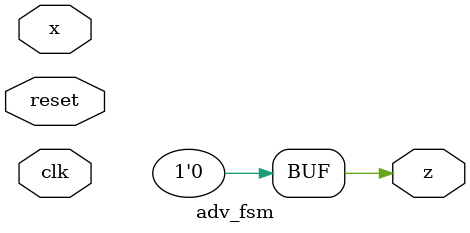
<source format=v>
module adv_fsm(
input clk,
input reset,
input x,
output z ); 
reg [1:0] present_state, next_state;
parameter IDLE=0, S1=1, S10=2, S101=3;
// output signal z is asserted to 1 when present_state is S101 
// present_state is reset to IDLE when rset is high
// otherwise it is assigned next state
// if present_state is IDLE, next_state is assigned S1 if x is 1, otherwise next_state stays at IDLE
// if present_state is S1, next_state is assigned S10 if x is 0, otherwise next_state stays at IDLE 
// if present_state is S10, next_state is assigned S101 if x is 1, otherwise next_state stays at IDLE 
// if present_state is S101, next_state is assigned IDLE

	assign z = (present_state == 101) ? 1:0;
endmodule

</source>
